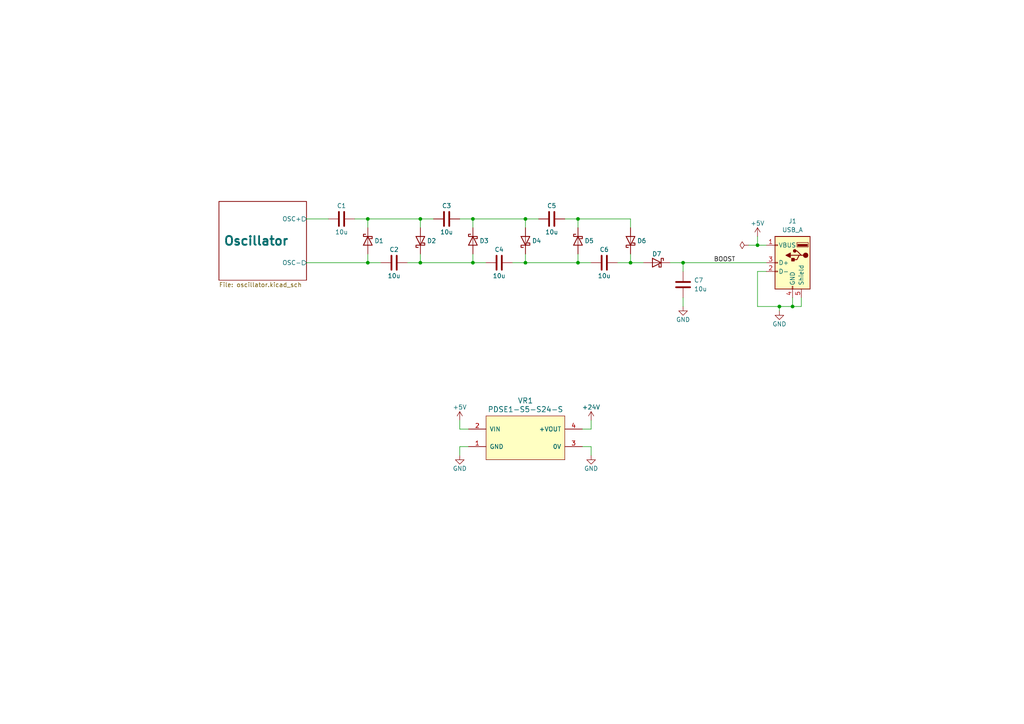
<source format=kicad_sch>
(kicad_sch (version 20230121) (generator eeschema)
  (paper "A4")
  (title_block (title "Marx Generator") (date "2024-03-13") (rev "0.1") (company "Adam Sher"))
  (lib_symbols
    (symbol "Connector:USB_A" (pin_names (offset 1.016))
      (property "Reference" "J" (at -5.08 11.43 0))
      (property "Value" "USB_A" (at -5.08 8.89 0))
      (symbol "USB_A_0_1"
        (rectangle (start -5.08 -7.62) (end 5.08 7.62) (stroke (width 0.254)) (fill (type background)))
        (circle (center -3.81 2.159) (radius 0.635) (stroke (width 0.254)) (fill (type outline)))
        (rectangle (start -1.524 4.826) (end -4.318 5.334) (fill (type outline)))
        (rectangle (start -1.27 4.572) (end -4.572 5.842))
        (circle (center -0.635 3.429) (radius 0.381) (stroke (width 0.254)) (fill (type outline)))
        (rectangle (start -0.127 -7.62) (end 0.127 -6.858))
        (polyline (pts (xy -3.175 2.159) (xy -2.54 2.159) (xy -1.27 3.429) (xy -0.635 3.429)) (stroke (width 0.254)))
        (polyline (pts (xy -2.54 2.159) (xy -1.905 2.159) (xy -1.27 0.889) (xy 0 0.889)) (stroke (width 0.254)))
        (polyline (pts (xy 0.635 2.794) (xy 0.635 1.524) (xy 1.905 2.159) (xy 0.635 2.794)) (stroke (width 0.254)) (fill (type outline)))
        (rectangle (start 0.254 1.27) (end -0.508 0.508) (stroke (width 0.254)) (fill (type outline)))
        (rectangle (start 5.08 -2.667) (end 4.318 -2.413))
        (rectangle (start 5.08 -0.127) (end 4.318 0.127))
        (rectangle (start 5.08 4.953) (end 4.318 5.207))
      )
      (symbol "USB_A_1_1"
        (polyline (pts (xy -1.905 2.159) (xy 0.635 2.159)) (stroke (width 0.254)))
        (pin power_in line (at 7.62 5.08 180) (length 2.54) (name "VBUS") (number "1"))
        (pin bidirectional line (at 7.62 -2.54 180) (length 2.54) (name "D-") (number "2"))
        (pin bidirectional line (at 7.62 0 180) (length 2.54) (name "D+") (number "3"))
        (pin power_in line (at 0 -10.16 90) (length 2.54) (name "GND") (number "4"))
        (pin passive line (at -2.54 -10.16 90) (length 2.54) (name "Shield") (number "5"))
      )
    )
    (symbol "Device:C" (pin_numbers hide) (pin_names (offset 0.254))
      (property "Reference" "C" (at 0.635 2.54 0))
      (property "Value" "C" (at 0.635 -2.54 0))
      (symbol "C_0_1"
        (polyline (pts (xy -2.032 -0.762) (xy 2.032 -0.762)) (stroke (width 0.508)))
        (polyline (pts (xy -2.032 0.762) (xy 2.032 0.762)) (stroke (width 0.508)))
      )
      (symbol "C_1_1"
        (pin passive line (at 0 3.81 270) (length 2.794) (name "~") (number "1"))
        (pin passive line (at 0 -3.81 90) (length 2.794) (name "~") (number "2"))
      )
    )
    (symbol "Device:D_Schottky" (pin_numbers hide) (pin_names (offset 1.016) hide)
      (property "Reference" "D" (at 0 2.54 0))
      (property "Value" "D_Schottky" (at 0 -2.54 0))
      (symbol "D_Schottky_0_1"
        (polyline (pts (xy 1.27 0) (xy -1.27 0)))
        (polyline (pts (xy 1.27 1.27) (xy 1.27 -1.27) (xy -1.27 0) (xy 1.27 1.27)) (stroke (width 0.254)))
        (polyline (pts (xy -1.905 0.635) (xy -1.905 1.27) (xy -1.27 1.27) (xy -1.27 -1.27) (xy -0.635 -1.27) (xy -0.635 -0.635)) (stroke (width 0.254)))
      )
      (symbol "D_Schottky_1_1"
        (pin passive line (at -3.81 0 0) (length 2.54) (name "K") (number "1"))
        (pin passive line (at 3.81 0 180) (length 2.54) (name "A") (number "2"))
      )
    )
    (symbol "PDSE1-S5-S24-S:PDSE1-S5-S24-S" (pin_names (offset 1.016))
      (property "Reference" "VR" (at 0 6.985 0))
      (property "Value" "PDSE1-S5-S24-S" (at 0 -8.89 0))
      (symbol "PDSE1-S5-S24-S_1_0"
        (rectangle (start -11.43 6.35) (end 11.43 -6.35) (fill (type background)))
        (pin power_in line (at -16.51 -2.54 0) (length 5.08) (name "GND") (number "1"))
        (pin power_in line (at -16.51 2.54 0) (length 5.08) (name "VIN") (number "2"))
        (pin power_out line (at 16.51 -2.54 180) (length 5.08) (name "0V") (number "3"))
        (pin power_out line (at 16.51 2.54 180) (length 5.08) (name "+VOUT") (number "4"))
      )
    )
    (symbol "power:+24V" (power) (pin_names (offset 0))
      (property "Value" "+24V" (at 0 3.556 0))
      (symbol "+24V_0_1"
        (polyline (pts (xy -0.762 1.27) (xy 0 2.54)))
        (polyline (pts (xy 0 0) (xy 0 2.54)))
        (polyline (pts (xy 0 2.54) (xy 0.762 1.27)))
      )
      (symbol "+24V_1_1"
        (pin power_in line (at 0 0 90) (length 0) hide (name "+24V") (number "1"))
      )
    )
    (symbol "power:+5V" (power) (pin_names (offset 0))
      (property "Value" "+5V" (at 0 3.556 0))
      (symbol "+5V_0_1"
        (polyline (pts (xy -0.762 1.27) (xy 0 2.54)))
        (polyline (pts (xy 0 0) (xy 0 2.54)))
        (polyline (pts (xy 0 2.54) (xy 0.762 1.27)))
      )
      (symbol "+5V_1_1"
        (pin power_in line (at 0 0 90) (length 0) hide (name "+5V") (number "1"))
      )
    )
    (symbol "power:GND" (power) (pin_names (offset 0))
      (property "Value" "GND" (at 0 -3.81 0))
      (symbol "GND_0_1"
        (polyline (pts (xy 0 0) (xy 0 -1.27) (xy 1.27 -1.27) (xy 0 -2.54) (xy -1.27 -1.27) (xy 0 -1.27)))
      )
      (symbol "GND_1_1"
        (pin power_in line (at 0 0 270) (length 0) hide (name "GND") (number "1"))
      )
    )
    (symbol "power:PWR_FLAG" (power) (pin_numbers hide) (pin_names (offset 0) hide)
      (property "Value" "PWR_FLAG" (at 0 3.81 0))
      (symbol "PWR_FLAG_0_0"
        (pin power_out line (at 0 0 90) (length 0) (name "pwr") (number "1"))
      )
      (symbol "PWR_FLAG_0_1"
        (polyline (pts (xy 0 0) (xy 0 1.27) (xy -1.016 1.905) (xy 0 2.54) (xy 1.016 1.905) (xy 0 1.27)))
      )
    )
  )
  (junction (at 121.92 63.5))
  (junction (at 152.4 76.2))
  (junction (at 198.12 76.2))
  (junction (at 106.68 63.5))
  (junction (at 137.16 63.5))
  (junction (at 137.16 76.2))
  (junction (at 229.87 88.9))
  (junction (at 106.68 76.2))
  (junction (at 226.06 88.9))
  (junction (at 152.4 63.5))
  (junction (at 219.71 71.12))
  (junction (at 182.88 76.2))
  (junction (at 167.64 76.2))
  (junction (at 167.64 63.5))
  (junction (at 121.92 76.2))
  (wire (pts (xy 152.4 66.04) (xy 152.4 63.5)))
  (wire (pts (xy 121.92 76.2) (xy 137.16 76.2)))
  (wire (pts (xy 167.64 63.5) (xy 182.88 63.5)))
  (wire (pts (xy 229.87 86.36) (xy 229.87 88.9)))
  (wire (pts (xy 118.11 76.2) (xy 121.92 76.2)))
  (wire (pts (xy 88.9 63.5) (xy 95.25 63.5)))
  (wire (pts (xy 106.68 76.2) (xy 110.49 76.2)))
  (wire (pts (xy 171.45 129.54) (xy 171.45 132.08)))
  (wire (pts (xy 152.4 76.2) (xy 167.64 76.2)))
  (wire (pts (xy 106.68 63.5) (xy 121.92 63.5)))
  (wire (pts (xy 163.83 63.5) (xy 167.64 63.5)))
  (wire (pts (xy 219.71 78.74) (xy 219.71 88.9)))
  (wire (pts (xy 152.4 63.5) (xy 156.21 63.5)))
  (wire (pts (xy 229.87 88.9) (xy 232.41 88.9)))
  (wire (pts (xy 167.64 76.2) (xy 171.45 76.2)))
  (wire (pts (xy 137.16 63.5) (xy 152.4 63.5)))
  (wire (pts (xy 198.12 76.2) (xy 222.25 76.2)))
  (wire (pts (xy 194.31 76.2) (xy 198.12 76.2)))
  (wire (pts (xy 137.16 76.2) (xy 140.97 76.2)))
  (wire (pts (xy 148.59 76.2) (xy 152.4 76.2)))
  (wire (pts (xy 217.17 71.12) (xy 219.71 71.12)))
  (wire (pts (xy 133.35 63.5) (xy 137.16 63.5)))
  (wire (pts (xy 133.35 132.08) (xy 133.35 129.54)))
  (wire (pts (xy 198.12 76.2) (xy 198.12 78.74)))
  (wire (pts (xy 222.25 78.74) (xy 219.71 78.74)))
  (wire (pts (xy 133.35 124.46) (xy 133.35 121.92)))
  (wire (pts (xy 222.25 71.12) (xy 219.71 71.12)))
  (wire (pts (xy 106.68 73.66) (xy 106.68 76.2)))
  (wire (pts (xy 121.92 73.66) (xy 121.92 76.2)))
  (wire (pts (xy 152.4 73.66) (xy 152.4 76.2)))
  (wire (pts (xy 171.45 121.92) (xy 171.45 124.46)))
  (wire (pts (xy 179.07 76.2) (xy 182.88 76.2)))
  (wire (pts (xy 121.92 63.5) (xy 125.73 63.5)))
  (wire (pts (xy 167.64 63.5) (xy 167.64 66.04)))
  (wire (pts (xy 106.68 63.5) (xy 106.68 66.04)))
  (wire (pts (xy 182.88 76.2) (xy 186.69 76.2)))
  (wire (pts (xy 226.06 88.9) (xy 226.06 90.17)))
  (wire (pts (xy 168.91 129.54) (xy 171.45 129.54)))
  (wire (pts (xy 137.16 63.5) (xy 137.16 66.04)))
  (wire (pts (xy 135.89 124.46) (xy 133.35 124.46)))
  (wire (pts (xy 88.9 76.2) (xy 106.68 76.2)))
  (wire (pts (xy 137.16 73.66) (xy 137.16 76.2)))
  (wire (pts (xy 133.35 129.54) (xy 135.89 129.54)))
  (wire (pts (xy 226.06 88.9) (xy 229.87 88.9)))
  (wire (pts (xy 121.92 66.04) (xy 121.92 63.5)))
  (wire (pts (xy 219.71 88.9) (xy 226.06 88.9)))
  (wire (pts (xy 219.71 68.58) (xy 219.71 71.12)))
  (wire (pts (xy 168.91 124.46) (xy 171.45 124.46)))
  (wire (pts (xy 198.12 88.9) (xy 198.12 86.36)))
  (wire (pts (xy 182.88 66.04) (xy 182.88 63.5)))
  (wire (pts (xy 167.64 73.66) (xy 167.64 76.2)))
  (wire (pts (xy 182.88 73.66) (xy 182.88 76.2)))
  (wire (pts (xy 102.87 63.5) (xy 106.68 63.5)))
  (wire (pts (xy 232.41 86.36) (xy 232.41 88.9)))
  (label "BOOST" (at 207.01 76.2 0))
  (symbol (lib_id "Device:C") (at 99.06 63.5 90) (unit 1)
    (property "Reference" "C1" (at 99.06 59.69 90))
    (property "Value" "10u" (at 99.06 67.31 90))
    (property "Footprint" "Capacitor_SMD:C_0805_2012Metric" (effects hide))
  )
  (symbol (lib_id "Device:D_Schottky") (at 121.92 69.85 90) (unit 1)
    (property "Reference" "D2" (at 123.825 69.85 90) (effects (justify right)))
    (property "Value" "D_Schottky" (effects hide))
    (property "Footprint" "Diode_SMD:D_0805_2012Metric" (effects hide))
  )
  (symbol (lib_id "Device:C") (at 198.12 82.55 0) (unit 1)
    (property "Reference" "C7" (at 201.295 81.28 0) (effects (justify left)))
    (property "Value" "10u" (at 201.295 83.82 0) (effects (justify left)))
    (property "Footprint" "Capacitor_SMD:C_0805_2012Metric" (effects hide))
  )
  (symbol (lib_id "Device:D_Schottky") (at 190.5 76.2 0) (mirror y) (unit 1)
    (property "Reference" "D7" (at 190.5 73.66 0))
    (property "Value" "D_Schottky" (effects hide))
    (property "Footprint" "Diode_SMD:D_0805_2012Metric" (effects hide))
  )
  (symbol (lib_id "power:+24V") (at 171.45 121.92 0) (unit 1)
    (property "Reference" "#PWR03" (effects hide))
    (property "Value" "+24V" (at 171.45 118.11 0))
  )
  (symbol (lib_id "Device:C") (at 144.78 76.2 90) (unit 1)
    (property "Reference" "C4" (at 144.78 72.39 90))
    (property "Value" "10u" (at 144.78 80.01 90))
    (property "Footprint" "Capacitor_SMD:C_0805_2012Metric" (effects hide))
  )
  (symbol (lib_id "Device:C") (at 114.3 76.2 90) (unit 1)
    (property "Reference" "C2" (at 114.3 72.39 90))
    (property "Value" "10u" (at 114.3 80.01 90))
    (property "Footprint" "Capacitor_SMD:C_0805_2012Metric" (effects hide))
  )
  (symbol (lib_id "Device:C") (at 175.26 76.2 90) (unit 1)
    (property "Reference" "C6" (at 175.26 72.39 90))
    (property "Value" "10u" (at 175.26 80.01 90))
    (property "Footprint" "Capacitor_SMD:C_0805_2012Metric" (effects hide))
  )
  (symbol (lib_id "PDSE1-S5-S24-S:PDSE1-S5-S24-S") (at 152.4 127 0) (unit 1)
    (property "Reference" "VR1" (at 152.4 116.205 0) (effects (font (size 1.524 1.524))))
    (property "Value" "PDSE1-S5-S24-S" (at 152.4 118.745 0) (effects (font (size 1.524 1.524))))
    (property "Footprint" "footprints:CONV_PDSE1-S5-S24-S" (effects hide))
  )
  (symbol (lib_id "Device:D_Schottky") (at 182.88 69.85 90) (unit 1)
    (property "Reference" "D6" (at 184.785 69.85 90) (effects (justify right)))
    (property "Value" "D_Schottky" (effects hide))
    (property "Footprint" "Diode_SMD:D_0805_2012Metric" (effects hide))
  )
  (symbol (lib_id "Connector:USB_A") (at 229.87 76.2 0) (mirror y) (unit 1)
    (property "Reference" "J1" (at 229.87 64.135 0))
    (property "Value" "USB_A" (at 229.87 66.675 0))
    (property "Footprint" "Connector_USB:USB_A_TE_292303-7_Horizontal" (effects hide))
    (property "Datasheet" " ~" (effects hide))
  )
  (symbol (lib_id "Device:D_Schottky") (at 106.68 69.85 90) (mirror x) (unit 1)
    (property "Reference" "D1" (at 108.585 69.85 90) (effects (justify right)))
    (property "Value" "D_Schottky" (effects hide))
    (property "Footprint" "Diode_SMD:D_0805_2012Metric" (effects hide))
  )
  (symbol (lib_id "Device:C") (at 160.02 63.5 90) (unit 1)
    (property "Reference" "C5" (at 160.02 59.69 90))
    (property "Value" "10u" (at 160.02 67.31 90))
    (property "Footprint" "Capacitor_SMD:C_0805_2012Metric" (effects hide))
  )
  (symbol (lib_id "power:GND") (at 171.45 132.08 0) (unit 1)
    (property "Reference" "#PWR04" (effects hide))
    (property "Value" "GND" (at 171.45 135.89 0))
  )
  (symbol (lib_id "power:GND") (at 133.35 132.08 0) (unit 1)
    (property "Reference" "#PWR02" (effects hide))
    (property "Value" "GND" (at 133.35 135.89 0))
  )
  (symbol (lib_id "power:+5V") (at 133.35 121.92 0) (unit 1)
    (property "Reference" "#PWR01" (effects hide))
    (property "Value" "+5V" (at 133.35 118.11 0))
  )
  (symbol (lib_id "power:GND") (at 198.12 88.9 0) (unit 1)
    (property "Reference" "#PWR05" (effects hide))
    (property "Value" "GND" (at 198.12 92.71 0))
  )
  (symbol (lib_id "Device:D_Schottky") (at 167.64 69.85 90) (mirror x) (unit 1)
    (property "Reference" "D5" (at 169.545 69.85 90) (effects (justify right)))
    (property "Value" "D_Schottky" (effects hide))
    (property "Footprint" "Diode_SMD:D_0805_2012Metric" (effects hide))
  )
  (symbol (lib_id "power:+5V") (at 219.71 68.58 0) (mirror y) (unit 1)
    (property "Reference" "#PWR06" (effects hide))
    (property "Value" "+5V" (at 219.71 64.77 0))
  )
  (symbol (lib_id "Device:D_Schottky") (at 152.4 69.85 90) (unit 1)
    (property "Reference" "D4" (at 154.305 69.85 90) (effects (justify right)))
    (property "Value" "D_Schottky" (effects hide))
    (property "Footprint" "Diode_SMD:D_0805_2012Metric" (effects hide))
  )
  (symbol (lib_id "power:GND") (at 226.06 90.17 0) (mirror y) (unit 1)
    (property "Reference" "#PWR07" (effects hide))
    (property "Value" "GND" (at 226.06 93.98 0))
  )
  (symbol (lib_id "Device:D_Schottky") (at 137.16 69.85 90) (mirror x) (unit 1)
    (property "Reference" "D3" (at 139.065 69.85 90) (effects (justify right)))
    (property "Value" "D_Schottky" (effects hide))
    (property "Footprint" "Diode_SMD:D_0805_2012Metric" (effects hide))
  )
  (symbol (lib_id "Device:C") (at 129.54 63.5 90) (unit 1)
    (property "Reference" "C3" (at 129.54 59.69 90))
    (property "Value" "10u" (at 129.54 67.31 90))
    (property "Footprint" "Capacitor_SMD:C_0805_2012Metric" (effects hide))
  )
  (symbol (lib_id "power:PWR_FLAG") (at 217.17 71.12 90) (mirror x) (unit 1)
    (property "Reference" "#FLG01" (effects hide))
    (property "Value" "PWR_FLAG" (effects hide))
  )
  (sheet (at 63.5 58.42) (size 25.4 22.86) (stroke (width 0.1524))
    (property "Sheetname" "Oscillator" (at 64.77 69.85 0) (effects (font (size 2.54 2.54) bold) (justify left)))
    (property "Sheetfile" "oscillator.kicad_sch" (at 63.5 81.8646 0) (effects (justify left top)))
    (pin "OSC+" output (at 88.9 63.5 0))
    (pin "OSC-" output (at 88.9 76.2 0))
  )
)
</source>
